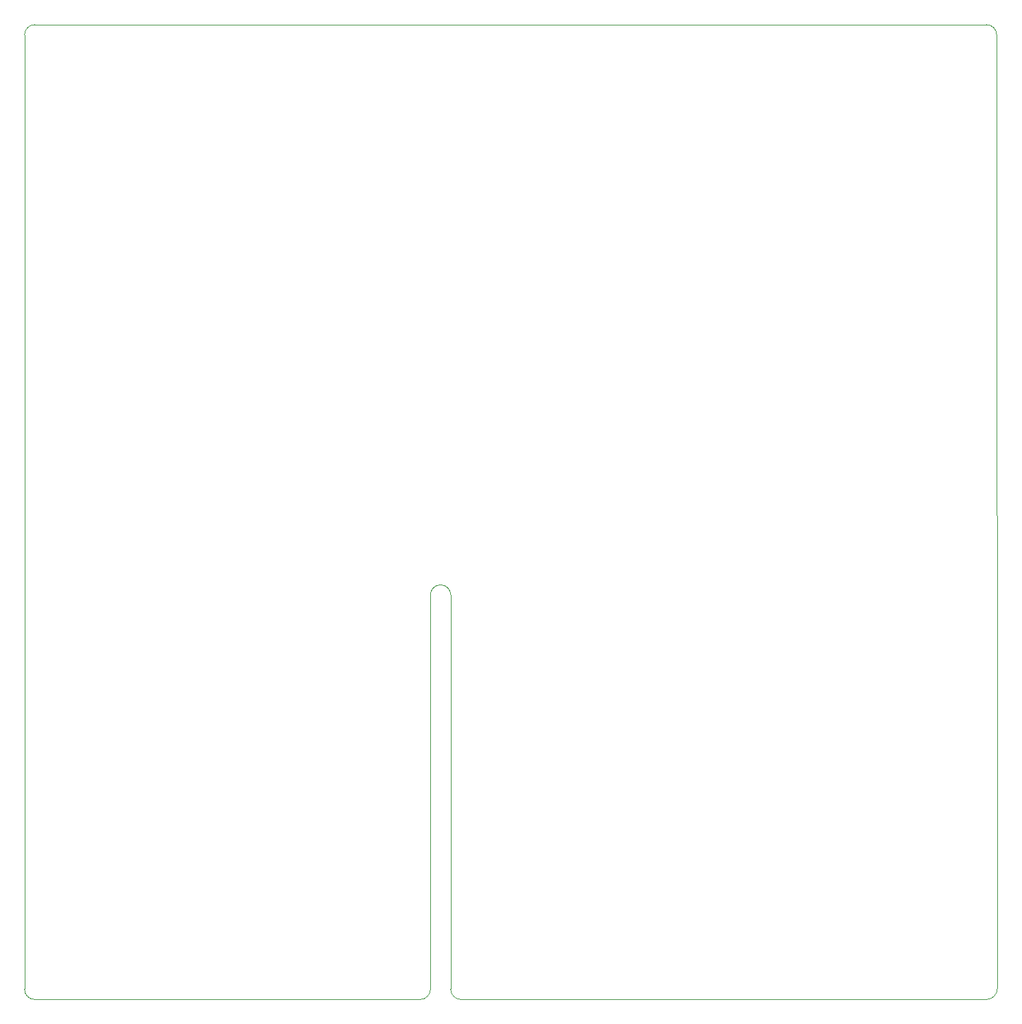
<source format=gbr>
%TF.GenerationSoftware,KiCad,Pcbnew,7.0.9*%
%TF.CreationDate,2025-01-17T20:12:22+02:00*%
%TF.ProjectId,varaajamonitori,76617261-616a-4616-9d6f-6e69746f7269,rev?*%
%TF.SameCoordinates,Original*%
%TF.FileFunction,Profile,NP*%
%FSLAX46Y46*%
G04 Gerber Fmt 4.6, Leading zero omitted, Abs format (unit mm)*
G04 Created by KiCad (PCBNEW 7.0.9) date 2025-01-17 20:12:22*
%MOMM*%
%LPD*%
G01*
G04 APERTURE LIST*
%TA.AperFunction,Profile*%
%ADD10C,0.050000*%
%TD*%
G04 APERTURE END LIST*
D10*
X100000000Y-100200000D02*
G75*
G03*
X98750000Y-98950000I-1250000J0D01*
G01*
X96250000Y-150000000D02*
G75*
G03*
X97500000Y-148750000I0J1250000D01*
G01*
X100000000Y-148750000D02*
G75*
G03*
X101250000Y-150000000I1250000J0D01*
G01*
X166000000Y-150000034D02*
G75*
G03*
X167334634Y-148665366I0J1334634D01*
G01*
X47500000Y-148750000D02*
G75*
G03*
X48750000Y-150000000I1250000J0D01*
G01*
X48750000Y-30000000D02*
G75*
G03*
X47500000Y-31250000I0J-1250000D01*
G01*
X167250000Y-31250000D02*
G75*
G03*
X166000000Y-30000000I-1250000J0D01*
G01*
X100000000Y-100200000D02*
X100000000Y-148750000D01*
X97500000Y-148750000D02*
X97500000Y-100200000D01*
X48750000Y-150000000D02*
X96250000Y-150000000D01*
X98750000Y-98950000D02*
G75*
G03*
X97500000Y-100200000I0J-1250000D01*
G01*
X101250000Y-150000000D02*
X166000000Y-150000000D01*
X166000000Y-30000000D02*
X48750000Y-30000000D01*
X167334634Y-148665366D02*
X167250000Y-31250000D01*
X47500000Y-148750000D02*
X47500000Y-31250000D01*
M02*

</source>
